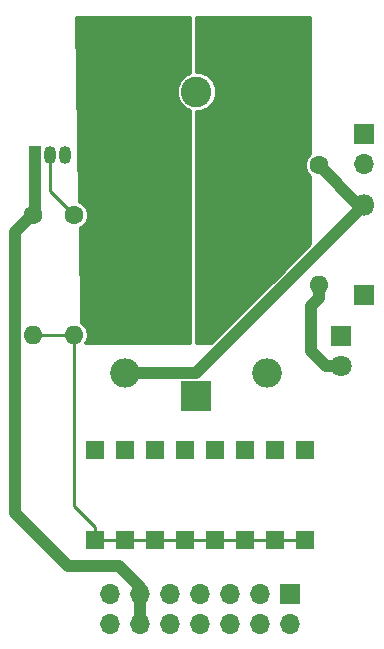
<source format=gbr>
G04 #@! TF.GenerationSoftware,KiCad,Pcbnew,5.0.1-33cea8e~68~ubuntu14.04.1*
G04 #@! TF.CreationDate,2018-11-23T15:58:30-08:00*
G04 #@! TF.ProjectId,relay,72656C61792E6B696361645F70636200,rev?*
G04 #@! TF.SameCoordinates,Original*
G04 #@! TF.FileFunction,Copper,L1,Top,Signal*
G04 #@! TF.FilePolarity,Positive*
%FSLAX46Y46*%
G04 Gerber Fmt 4.6, Leading zero omitted, Abs format (unit mm)*
G04 Created by KiCad (PCBNEW 5.0.1-33cea8e~68~ubuntu14.04.1) date Fri 23 Nov 2018 03:58:30 PM PST*
%MOMM*%
%LPD*%
G01*
G04 APERTURE LIST*
G04 #@! TA.AperFunction,ComponentPad*
%ADD10O,1.600000X1.600000*%
G04 #@! TD*
G04 #@! TA.AperFunction,ComponentPad*
%ADD11C,1.600000*%
G04 #@! TD*
G04 #@! TA.AperFunction,ComponentPad*
%ADD12R,1.800000X1.800000*%
G04 #@! TD*
G04 #@! TA.AperFunction,ComponentPad*
%ADD13O,1.800000X1.800000*%
G04 #@! TD*
G04 #@! TA.AperFunction,ComponentPad*
%ADD14C,1.800000*%
G04 #@! TD*
G04 #@! TA.AperFunction,ComponentPad*
%ADD15R,2.600000X2.600000*%
G04 #@! TD*
G04 #@! TA.AperFunction,ComponentPad*
%ADD16C,2.600000*%
G04 #@! TD*
G04 #@! TA.AperFunction,ComponentPad*
%ADD17R,2.500000X2.500000*%
G04 #@! TD*
G04 #@! TA.AperFunction,ComponentPad*
%ADD18O,2.500000X2.500000*%
G04 #@! TD*
G04 #@! TA.AperFunction,ComponentPad*
%ADD19O,1.050000X1.500000*%
G04 #@! TD*
G04 #@! TA.AperFunction,ComponentPad*
%ADD20R,1.050000X1.500000*%
G04 #@! TD*
G04 #@! TA.AperFunction,ComponentPad*
%ADD21R,1.700000X1.700000*%
G04 #@! TD*
G04 #@! TA.AperFunction,ComponentPad*
%ADD22O,1.700000X1.700000*%
G04 #@! TD*
G04 #@! TA.AperFunction,SMDPad,CuDef*
%ADD23R,1.600000X1.600000*%
G04 #@! TD*
G04 #@! TA.AperFunction,ViaPad*
%ADD24C,0.800000*%
G04 #@! TD*
G04 #@! TA.AperFunction,Conductor*
%ADD25C,1.000000*%
G04 #@! TD*
G04 #@! TA.AperFunction,Conductor*
%ADD26C,0.250000*%
G04 #@! TD*
G04 #@! TA.AperFunction,Conductor*
%ADD27C,0.254000*%
G04 #@! TD*
G04 APERTURE END LIST*
D10*
G04 #@! TO.P,R3,2*
G04 #@! TO.N,trigger*
X89623900Y-85280500D03*
D11*
G04 #@! TO.P,R3,1*
G04 #@! TO.N,Net-(Q1-Pad2)*
X89623900Y-75120500D03*
G04 #@! TD*
D12*
G04 #@! TO.P,D1,1*
G04 #@! TO.N,Net-(D1-Pad1)*
X114208560Y-81889600D03*
D13*
G04 #@! TO.P,D1,2*
G04 #@! TO.N,bus13*
X114208560Y-74269600D03*
G04 #@! TD*
D12*
G04 #@! TO.P,D2,1*
G04 #@! TO.N,Net-(D1-Pad1)*
X112268000Y-85344000D03*
D14*
G04 #@! TO.P,D2,2*
G04 #@! TO.N,Net-(D2-Pad2)*
X112268000Y-87884000D03*
G04 #@! TD*
D15*
G04 #@! TO.P,J3,1*
G04 #@! TO.N,relay_off*
X95001080Y-64698880D03*
D16*
G04 #@! TO.P,J3,2*
G04 #@! TO.N,relay_arm*
X100001080Y-64698880D03*
G04 #@! TO.P,J3,3*
G04 #@! TO.N,relay_on*
X105001080Y-64698880D03*
G04 #@! TD*
D17*
G04 #@! TO.P,K1,1*
G04 #@! TO.N,relay_arm*
X99984560Y-90500200D03*
D18*
G04 #@! TO.P,K1,2*
G04 #@! TO.N,Net-(D1-Pad1)*
X105984560Y-88500200D03*
G04 #@! TO.P,K1,3*
G04 #@! TO.N,relay_on*
X105984560Y-76300200D03*
G04 #@! TO.P,K1,4*
G04 #@! TO.N,relay_off*
X93984560Y-76300200D03*
G04 #@! TO.P,K1,5*
G04 #@! TO.N,bus13*
X93984560Y-88500200D03*
G04 #@! TD*
D19*
G04 #@! TO.P,Q1,2*
G04 #@! TO.N,Net-(Q1-Pad2)*
X87604600Y-70078600D03*
G04 #@! TO.P,Q1,3*
G04 #@! TO.N,Net-(D1-Pad1)*
X88874600Y-70078600D03*
D20*
G04 #@! TO.P,Q1,1*
G04 #@! TO.N,bus11*
X86334600Y-70078600D03*
G04 #@! TD*
D11*
G04 #@! TO.P,R1,1*
G04 #@! TO.N,bus11*
X86144100Y-75120500D03*
D10*
G04 #@! TO.P,R1,2*
G04 #@! TO.N,trigger*
X86144100Y-85280500D03*
G04 #@! TD*
D11*
G04 #@! TO.P,R2,1*
G04 #@! TO.N,bus13*
X110357920Y-70916800D03*
D10*
G04 #@! TO.P,R2,2*
G04 #@! TO.N,Net-(D2-Pad2)*
X110357920Y-81076800D03*
G04 #@! TD*
D21*
G04 #@! TO.P,J2,1*
G04 #@! TO.N,GND*
X114208560Y-68244720D03*
D22*
G04 #@! TO.P,J2,2*
G04 #@! TO.N,VCC*
X114208560Y-70784720D03*
G04 #@! TD*
D21*
G04 #@! TO.P,J4,1*
G04 #@! TO.N,bus1*
X107950000Y-107188000D03*
D22*
G04 #@! TO.P,J4,2*
G04 #@! TO.N,bus2*
X107950000Y-109728000D03*
G04 #@! TO.P,J4,3*
G04 #@! TO.N,bus3*
X105410000Y-107188000D03*
G04 #@! TO.P,J4,4*
G04 #@! TO.N,bus4*
X105410000Y-109728000D03*
G04 #@! TO.P,J4,5*
G04 #@! TO.N,bus5*
X102870000Y-107188000D03*
G04 #@! TO.P,J4,6*
G04 #@! TO.N,bus6*
X102870000Y-109728000D03*
G04 #@! TO.P,J4,7*
G04 #@! TO.N,bus7*
X100330000Y-107188000D03*
G04 #@! TO.P,J4,8*
G04 #@! TO.N,bus8*
X100330000Y-109728000D03*
G04 #@! TO.P,J4,9*
G04 #@! TO.N,bus9*
X97790000Y-107188000D03*
G04 #@! TO.P,J4,10*
G04 #@! TO.N,bus10*
X97790000Y-109728000D03*
G04 #@! TO.P,J4,11*
G04 #@! TO.N,bus11*
X95250000Y-107188000D03*
G04 #@! TO.P,J4,12*
X95250000Y-109728000D03*
G04 #@! TO.P,J4,13*
G04 #@! TO.N,bus13*
X92710000Y-107188000D03*
G04 #@! TO.P,J4,14*
X92710000Y-109728000D03*
G04 #@! TD*
D23*
G04 #@! TO.P,SW1,1*
G04 #@! TO.N,bus3*
X109220000Y-94996000D03*
G04 #@! TO.P,SW1,9*
G04 #@! TO.N,trigger*
X91440000Y-102616000D03*
G04 #@! TO.P,SW1,2*
G04 #@! TO.N,bus4*
X106680000Y-94996000D03*
G04 #@! TO.P,SW1,10*
G04 #@! TO.N,trigger*
X93980000Y-102616000D03*
G04 #@! TO.P,SW1,3*
G04 #@! TO.N,bus5*
X104140000Y-94996000D03*
G04 #@! TO.P,SW1,11*
G04 #@! TO.N,trigger*
X96520000Y-102616000D03*
G04 #@! TO.P,SW1,4*
G04 #@! TO.N,bus6*
X101600000Y-94996000D03*
G04 #@! TO.P,SW1,12*
G04 #@! TO.N,trigger*
X99060000Y-102616000D03*
G04 #@! TO.P,SW1,5*
G04 #@! TO.N,bus7*
X99060000Y-94996000D03*
G04 #@! TO.P,SW1,13*
G04 #@! TO.N,trigger*
X101600000Y-102616000D03*
G04 #@! TO.P,SW1,6*
G04 #@! TO.N,bus8*
X96520000Y-94996000D03*
G04 #@! TO.P,SW1,14*
G04 #@! TO.N,trigger*
X104140000Y-102616000D03*
G04 #@! TO.P,SW1,7*
G04 #@! TO.N,bus9*
X93980000Y-94996000D03*
G04 #@! TO.P,SW1,15*
G04 #@! TO.N,trigger*
X106680000Y-102616000D03*
G04 #@! TO.P,SW1,8*
G04 #@! TO.N,bus10*
X91440000Y-94996000D03*
G04 #@! TO.P,SW1,16*
G04 #@! TO.N,trigger*
X109220000Y-102616000D03*
G04 #@! TD*
D24*
G04 #@! TO.N,bus3*
X109220000Y-94996000D03*
G04 #@! TO.N,bus4*
X106680000Y-94996000D03*
G04 #@! TO.N,bus5*
X104140000Y-94996000D03*
G04 #@! TO.N,bus6*
X101600000Y-94996000D03*
G04 #@! TO.N,bus7*
X99060000Y-94996000D03*
G04 #@! TO.N,bus8*
X96520000Y-94996000D03*
G04 #@! TO.N,bus9*
X93980000Y-94996000D03*
G04 #@! TO.N,bus10*
X91440000Y-94996000D03*
G04 #@! TD*
D25*
G04 #@! TO.N,VCC*
X114040920Y-70952360D02*
X114208560Y-70784720D01*
G04 #@! TO.N,Net-(D2-Pad2)*
X110357920Y-82208170D02*
X109728000Y-82838090D01*
X110357920Y-81076800D02*
X110357920Y-82208170D01*
X110995208Y-87884000D02*
X112268000Y-87884000D01*
X109728000Y-86616792D02*
X110995208Y-87884000D01*
X109728000Y-82838090D02*
X109728000Y-86616792D01*
D26*
G04 #@! TO.N,trigger*
X108170000Y-102616000D02*
X91440000Y-102616000D01*
X109220000Y-102616000D02*
X108170000Y-102616000D01*
X89623900Y-99749900D02*
X89623900Y-86411870D01*
X91440000Y-101566000D02*
X89623900Y-99749900D01*
X89623900Y-86411870D02*
X89623900Y-85280500D01*
X91440000Y-102616000D02*
X91440000Y-101566000D01*
X86144100Y-85280500D02*
X89623900Y-85280500D01*
G04 #@! TO.N,Net-(Q1-Pad2)*
X87604600Y-73101200D02*
X87604600Y-70078600D01*
X89623900Y-75120500D02*
X87604600Y-73101200D01*
D25*
G04 #@! TO.N,bus13*
X113710720Y-74269600D02*
X110357920Y-70916800D01*
X114208560Y-74269600D02*
X113710720Y-74269600D01*
X107696000Y-80782160D02*
X114208560Y-74269600D01*
X99977960Y-88500200D02*
X107696000Y-80782160D01*
X93984560Y-88500200D02*
X99977960Y-88500200D01*
G04 #@! TO.N,bus11*
X86334600Y-74930000D02*
X86144100Y-75120500D01*
X86334600Y-70078600D02*
X86334600Y-74930000D01*
X85344101Y-75920499D02*
X86144100Y-75120500D01*
X84644099Y-100392099D02*
X84644099Y-76620501D01*
X89127999Y-104875999D02*
X84644099Y-100392099D01*
X84644099Y-76620501D02*
X85344101Y-75920499D01*
X93454001Y-104875999D02*
X89127999Y-104875999D01*
X95250000Y-106671998D02*
X93454001Y-104875999D01*
X95250000Y-108966000D02*
X95250000Y-106671998D01*
G04 #@! TD*
D27*
G04 #@! TO.N,relay_off*
G36*
X99441000Y-63115701D02*
X99051136Y-63277188D01*
X98579388Y-63748936D01*
X98324080Y-64365304D01*
X98324080Y-65032456D01*
X98579388Y-65648824D01*
X99051136Y-66120572D01*
X99441000Y-66282059D01*
X99441000Y-85979000D01*
X90572742Y-85979000D01*
X90732609Y-85739742D01*
X90823958Y-85280500D01*
X90732609Y-84821258D01*
X90472469Y-84431931D01*
X90264051Y-84292671D01*
X90116736Y-76190337D01*
X90290617Y-76118313D01*
X90621713Y-75787217D01*
X90800900Y-75354620D01*
X90800900Y-74886380D01*
X90621713Y-74453783D01*
X90290617Y-74122687D01*
X90077538Y-74034427D01*
X89793075Y-58389000D01*
X99441000Y-58389000D01*
X99441000Y-63115701D01*
X99441000Y-63115701D01*
G37*
X99441000Y-63115701D02*
X99051136Y-63277188D01*
X98579388Y-63748936D01*
X98324080Y-64365304D01*
X98324080Y-65032456D01*
X98579388Y-65648824D01*
X99051136Y-66120572D01*
X99441000Y-66282059D01*
X99441000Y-85979000D01*
X90572742Y-85979000D01*
X90732609Y-85739742D01*
X90823958Y-85280500D01*
X90732609Y-84821258D01*
X90472469Y-84431931D01*
X90264051Y-84292671D01*
X90116736Y-76190337D01*
X90290617Y-76118313D01*
X90621713Y-75787217D01*
X90800900Y-75354620D01*
X90800900Y-74886380D01*
X90621713Y-74453783D01*
X90290617Y-74122687D01*
X90077538Y-74034427D01*
X89793075Y-58389000D01*
X99441000Y-58389000D01*
X99441000Y-63115701D01*
G04 #@! TO.N,relay_on*
G36*
X109601000Y-70009190D02*
X109360107Y-70250083D01*
X109180920Y-70682680D01*
X109180920Y-71150920D01*
X109360107Y-71583517D01*
X109601000Y-71824410D01*
X109601000Y-77636896D01*
X107136949Y-80100947D01*
X107136943Y-80100951D01*
X101258895Y-85979000D01*
X99949000Y-85979000D01*
X99949000Y-66375880D01*
X100334656Y-66375880D01*
X100951024Y-66120572D01*
X101422772Y-65648824D01*
X101678080Y-65032456D01*
X101678080Y-64365304D01*
X101422772Y-63748936D01*
X100951024Y-63277188D01*
X100334656Y-63021880D01*
X99949000Y-63021880D01*
X99949000Y-58389000D01*
X109601000Y-58389000D01*
X109601000Y-70009190D01*
X109601000Y-70009190D01*
G37*
X109601000Y-70009190D02*
X109360107Y-70250083D01*
X109180920Y-70682680D01*
X109180920Y-71150920D01*
X109360107Y-71583517D01*
X109601000Y-71824410D01*
X109601000Y-77636896D01*
X107136949Y-80100947D01*
X107136943Y-80100951D01*
X101258895Y-85979000D01*
X99949000Y-85979000D01*
X99949000Y-66375880D01*
X100334656Y-66375880D01*
X100951024Y-66120572D01*
X101422772Y-65648824D01*
X101678080Y-65032456D01*
X101678080Y-64365304D01*
X101422772Y-63748936D01*
X100951024Y-63277188D01*
X100334656Y-63021880D01*
X99949000Y-63021880D01*
X99949000Y-58389000D01*
X109601000Y-58389000D01*
X109601000Y-70009190D01*
G04 #@! TD*
M02*

</source>
